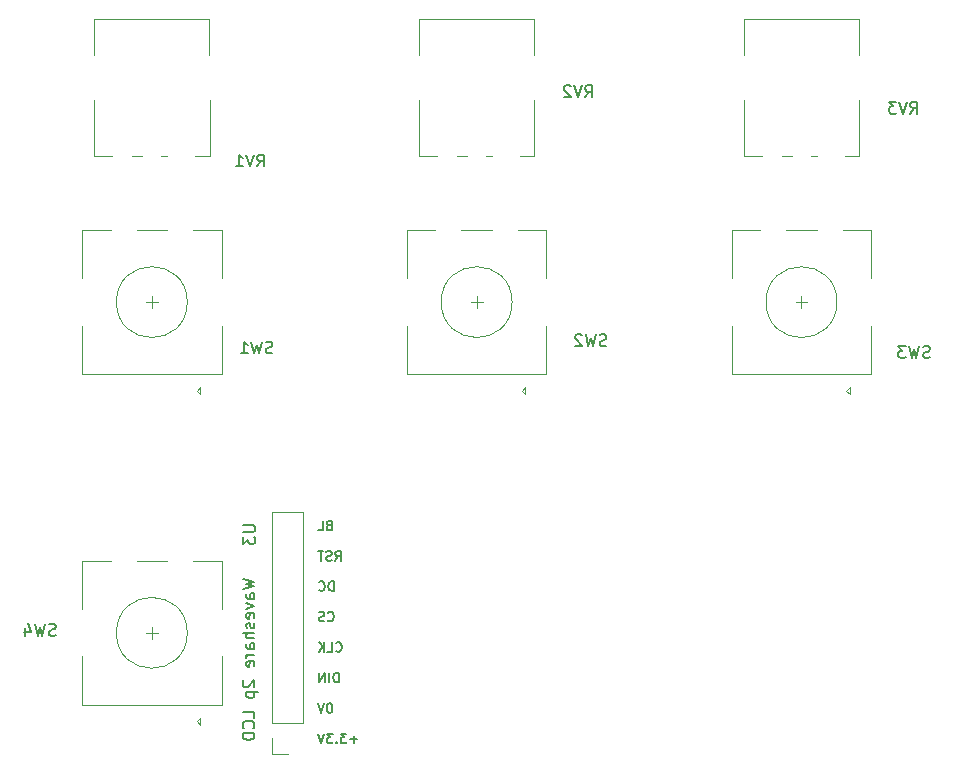
<source format=gbr>
%TF.GenerationSoftware,KiCad,Pcbnew,7.0.10*%
%TF.CreationDate,2024-03-12T16:09:29+01:00*%
%TF.ProjectId,DaisyPedal,44616973-7950-4656-9461-6c2e6b696361,1.0*%
%TF.SameCoordinates,Original*%
%TF.FileFunction,Legend,Bot*%
%TF.FilePolarity,Positive*%
%FSLAX46Y46*%
G04 Gerber Fmt 4.6, Leading zero omitted, Abs format (unit mm)*
G04 Created by KiCad (PCBNEW 7.0.10) date 2024-03-12 16:09:29*
%MOMM*%
%LPD*%
G01*
G04 APERTURE LIST*
%ADD10C,0.160000*%
%ADD11C,0.150000*%
%ADD12C,0.120000*%
G04 APERTURE END LIST*
D10*
X57483739Y-72882727D02*
X57369453Y-72920822D01*
X57369453Y-72920822D02*
X57331358Y-72958918D01*
X57331358Y-72958918D02*
X57293262Y-73035108D01*
X57293262Y-73035108D02*
X57293262Y-73149394D01*
X57293262Y-73149394D02*
X57331358Y-73225584D01*
X57331358Y-73225584D02*
X57369453Y-73263680D01*
X57369453Y-73263680D02*
X57445643Y-73301775D01*
X57445643Y-73301775D02*
X57750405Y-73301775D01*
X57750405Y-73301775D02*
X57750405Y-72501775D01*
X57750405Y-72501775D02*
X57483739Y-72501775D01*
X57483739Y-72501775D02*
X57407548Y-72539870D01*
X57407548Y-72539870D02*
X57369453Y-72577965D01*
X57369453Y-72577965D02*
X57331358Y-72654156D01*
X57331358Y-72654156D02*
X57331358Y-72730346D01*
X57331358Y-72730346D02*
X57369453Y-72806537D01*
X57369453Y-72806537D02*
X57407548Y-72844632D01*
X57407548Y-72844632D02*
X57483739Y-72882727D01*
X57483739Y-72882727D02*
X57750405Y-72882727D01*
X56569453Y-73301775D02*
X56950405Y-73301775D01*
X56950405Y-73301775D02*
X56950405Y-72501775D01*
X58017072Y-75877775D02*
X58283739Y-75496822D01*
X58474215Y-75877775D02*
X58474215Y-75077775D01*
X58474215Y-75077775D02*
X58169453Y-75077775D01*
X58169453Y-75077775D02*
X58093263Y-75115870D01*
X58093263Y-75115870D02*
X58055168Y-75153965D01*
X58055168Y-75153965D02*
X58017072Y-75230156D01*
X58017072Y-75230156D02*
X58017072Y-75344441D01*
X58017072Y-75344441D02*
X58055168Y-75420632D01*
X58055168Y-75420632D02*
X58093263Y-75458727D01*
X58093263Y-75458727D02*
X58169453Y-75496822D01*
X58169453Y-75496822D02*
X58474215Y-75496822D01*
X57712311Y-75839680D02*
X57598025Y-75877775D01*
X57598025Y-75877775D02*
X57407549Y-75877775D01*
X57407549Y-75877775D02*
X57331358Y-75839680D01*
X57331358Y-75839680D02*
X57293263Y-75801584D01*
X57293263Y-75801584D02*
X57255168Y-75725394D01*
X57255168Y-75725394D02*
X57255168Y-75649203D01*
X57255168Y-75649203D02*
X57293263Y-75573013D01*
X57293263Y-75573013D02*
X57331358Y-75534918D01*
X57331358Y-75534918D02*
X57407549Y-75496822D01*
X57407549Y-75496822D02*
X57559930Y-75458727D01*
X57559930Y-75458727D02*
X57636120Y-75420632D01*
X57636120Y-75420632D02*
X57674215Y-75382537D01*
X57674215Y-75382537D02*
X57712311Y-75306346D01*
X57712311Y-75306346D02*
X57712311Y-75230156D01*
X57712311Y-75230156D02*
X57674215Y-75153965D01*
X57674215Y-75153965D02*
X57636120Y-75115870D01*
X57636120Y-75115870D02*
X57559930Y-75077775D01*
X57559930Y-75077775D02*
X57369453Y-75077775D01*
X57369453Y-75077775D02*
X57255168Y-75115870D01*
X57026596Y-75077775D02*
X56569453Y-75077775D01*
X56798025Y-75877775D02*
X56798025Y-75077775D01*
X57902786Y-78453775D02*
X57902786Y-77653775D01*
X57902786Y-77653775D02*
X57712310Y-77653775D01*
X57712310Y-77653775D02*
X57598024Y-77691870D01*
X57598024Y-77691870D02*
X57521834Y-77768060D01*
X57521834Y-77768060D02*
X57483739Y-77844251D01*
X57483739Y-77844251D02*
X57445643Y-77996632D01*
X57445643Y-77996632D02*
X57445643Y-78110918D01*
X57445643Y-78110918D02*
X57483739Y-78263299D01*
X57483739Y-78263299D02*
X57521834Y-78339489D01*
X57521834Y-78339489D02*
X57598024Y-78415680D01*
X57598024Y-78415680D02*
X57712310Y-78453775D01*
X57712310Y-78453775D02*
X57902786Y-78453775D01*
X56645643Y-78377584D02*
X56683739Y-78415680D01*
X56683739Y-78415680D02*
X56798024Y-78453775D01*
X56798024Y-78453775D02*
X56874215Y-78453775D01*
X56874215Y-78453775D02*
X56988501Y-78415680D01*
X56988501Y-78415680D02*
X57064691Y-78339489D01*
X57064691Y-78339489D02*
X57102786Y-78263299D01*
X57102786Y-78263299D02*
X57140882Y-78110918D01*
X57140882Y-78110918D02*
X57140882Y-77996632D01*
X57140882Y-77996632D02*
X57102786Y-77844251D01*
X57102786Y-77844251D02*
X57064691Y-77768060D01*
X57064691Y-77768060D02*
X56988501Y-77691870D01*
X56988501Y-77691870D02*
X56874215Y-77653775D01*
X56874215Y-77653775D02*
X56798024Y-77653775D01*
X56798024Y-77653775D02*
X56683739Y-77691870D01*
X56683739Y-77691870D02*
X56645643Y-77729965D01*
X57407548Y-80953584D02*
X57445644Y-80991680D01*
X57445644Y-80991680D02*
X57559929Y-81029775D01*
X57559929Y-81029775D02*
X57636120Y-81029775D01*
X57636120Y-81029775D02*
X57750406Y-80991680D01*
X57750406Y-80991680D02*
X57826596Y-80915489D01*
X57826596Y-80915489D02*
X57864691Y-80839299D01*
X57864691Y-80839299D02*
X57902787Y-80686918D01*
X57902787Y-80686918D02*
X57902787Y-80572632D01*
X57902787Y-80572632D02*
X57864691Y-80420251D01*
X57864691Y-80420251D02*
X57826596Y-80344060D01*
X57826596Y-80344060D02*
X57750406Y-80267870D01*
X57750406Y-80267870D02*
X57636120Y-80229775D01*
X57636120Y-80229775D02*
X57559929Y-80229775D01*
X57559929Y-80229775D02*
X57445644Y-80267870D01*
X57445644Y-80267870D02*
X57407548Y-80305965D01*
X57102787Y-80991680D02*
X56988501Y-81029775D01*
X56988501Y-81029775D02*
X56798025Y-81029775D01*
X56798025Y-81029775D02*
X56721834Y-80991680D01*
X56721834Y-80991680D02*
X56683739Y-80953584D01*
X56683739Y-80953584D02*
X56645644Y-80877394D01*
X56645644Y-80877394D02*
X56645644Y-80801203D01*
X56645644Y-80801203D02*
X56683739Y-80725013D01*
X56683739Y-80725013D02*
X56721834Y-80686918D01*
X56721834Y-80686918D02*
X56798025Y-80648822D01*
X56798025Y-80648822D02*
X56950406Y-80610727D01*
X56950406Y-80610727D02*
X57026596Y-80572632D01*
X57026596Y-80572632D02*
X57064691Y-80534537D01*
X57064691Y-80534537D02*
X57102787Y-80458346D01*
X57102787Y-80458346D02*
X57102787Y-80382156D01*
X57102787Y-80382156D02*
X57064691Y-80305965D01*
X57064691Y-80305965D02*
X57026596Y-80267870D01*
X57026596Y-80267870D02*
X56950406Y-80229775D01*
X56950406Y-80229775D02*
X56759929Y-80229775D01*
X56759929Y-80229775D02*
X56645644Y-80267870D01*
X58093262Y-83529584D02*
X58131358Y-83567680D01*
X58131358Y-83567680D02*
X58245643Y-83605775D01*
X58245643Y-83605775D02*
X58321834Y-83605775D01*
X58321834Y-83605775D02*
X58436120Y-83567680D01*
X58436120Y-83567680D02*
X58512310Y-83491489D01*
X58512310Y-83491489D02*
X58550405Y-83415299D01*
X58550405Y-83415299D02*
X58588501Y-83262918D01*
X58588501Y-83262918D02*
X58588501Y-83148632D01*
X58588501Y-83148632D02*
X58550405Y-82996251D01*
X58550405Y-82996251D02*
X58512310Y-82920060D01*
X58512310Y-82920060D02*
X58436120Y-82843870D01*
X58436120Y-82843870D02*
X58321834Y-82805775D01*
X58321834Y-82805775D02*
X58245643Y-82805775D01*
X58245643Y-82805775D02*
X58131358Y-82843870D01*
X58131358Y-82843870D02*
X58093262Y-82881965D01*
X57369453Y-83605775D02*
X57750405Y-83605775D01*
X57750405Y-83605775D02*
X57750405Y-82805775D01*
X57102786Y-83605775D02*
X57102786Y-82805775D01*
X56645643Y-83605775D02*
X56988501Y-83148632D01*
X56645643Y-82805775D02*
X57102786Y-83262918D01*
X58321833Y-86181775D02*
X58321833Y-85381775D01*
X58321833Y-85381775D02*
X58131357Y-85381775D01*
X58131357Y-85381775D02*
X58017071Y-85419870D01*
X58017071Y-85419870D02*
X57940881Y-85496060D01*
X57940881Y-85496060D02*
X57902786Y-85572251D01*
X57902786Y-85572251D02*
X57864690Y-85724632D01*
X57864690Y-85724632D02*
X57864690Y-85838918D01*
X57864690Y-85838918D02*
X57902786Y-85991299D01*
X57902786Y-85991299D02*
X57940881Y-86067489D01*
X57940881Y-86067489D02*
X58017071Y-86143680D01*
X58017071Y-86143680D02*
X58131357Y-86181775D01*
X58131357Y-86181775D02*
X58321833Y-86181775D01*
X57521833Y-86181775D02*
X57521833Y-85381775D01*
X57140881Y-86181775D02*
X57140881Y-85381775D01*
X57140881Y-85381775D02*
X56683738Y-86181775D01*
X56683738Y-86181775D02*
X56683738Y-85381775D01*
X57598024Y-87957775D02*
X57521834Y-87957775D01*
X57521834Y-87957775D02*
X57445643Y-87995870D01*
X57445643Y-87995870D02*
X57407548Y-88033965D01*
X57407548Y-88033965D02*
X57369453Y-88110156D01*
X57369453Y-88110156D02*
X57331358Y-88262537D01*
X57331358Y-88262537D02*
X57331358Y-88453013D01*
X57331358Y-88453013D02*
X57369453Y-88605394D01*
X57369453Y-88605394D02*
X57407548Y-88681584D01*
X57407548Y-88681584D02*
X57445643Y-88719680D01*
X57445643Y-88719680D02*
X57521834Y-88757775D01*
X57521834Y-88757775D02*
X57598024Y-88757775D01*
X57598024Y-88757775D02*
X57674215Y-88719680D01*
X57674215Y-88719680D02*
X57712310Y-88681584D01*
X57712310Y-88681584D02*
X57750405Y-88605394D01*
X57750405Y-88605394D02*
X57788501Y-88453013D01*
X57788501Y-88453013D02*
X57788501Y-88262537D01*
X57788501Y-88262537D02*
X57750405Y-88110156D01*
X57750405Y-88110156D02*
X57712310Y-88033965D01*
X57712310Y-88033965D02*
X57674215Y-87995870D01*
X57674215Y-87995870D02*
X57598024Y-87957775D01*
X57102786Y-87957775D02*
X56836119Y-88757775D01*
X56836119Y-88757775D02*
X56569453Y-87957775D01*
X59883738Y-91029013D02*
X59274215Y-91029013D01*
X59578976Y-91333775D02*
X59578976Y-90724251D01*
X58969453Y-90533775D02*
X58474215Y-90533775D01*
X58474215Y-90533775D02*
X58740881Y-90838537D01*
X58740881Y-90838537D02*
X58626596Y-90838537D01*
X58626596Y-90838537D02*
X58550405Y-90876632D01*
X58550405Y-90876632D02*
X58512310Y-90914727D01*
X58512310Y-90914727D02*
X58474215Y-90990918D01*
X58474215Y-90990918D02*
X58474215Y-91181394D01*
X58474215Y-91181394D02*
X58512310Y-91257584D01*
X58512310Y-91257584D02*
X58550405Y-91295680D01*
X58550405Y-91295680D02*
X58626596Y-91333775D01*
X58626596Y-91333775D02*
X58855167Y-91333775D01*
X58855167Y-91333775D02*
X58931358Y-91295680D01*
X58931358Y-91295680D02*
X58969453Y-91257584D01*
X58131357Y-91257584D02*
X58093262Y-91295680D01*
X58093262Y-91295680D02*
X58131357Y-91333775D01*
X58131357Y-91333775D02*
X58169453Y-91295680D01*
X58169453Y-91295680D02*
X58131357Y-91257584D01*
X58131357Y-91257584D02*
X58131357Y-91333775D01*
X57826596Y-90533775D02*
X57331358Y-90533775D01*
X57331358Y-90533775D02*
X57598024Y-90838537D01*
X57598024Y-90838537D02*
X57483739Y-90838537D01*
X57483739Y-90838537D02*
X57407548Y-90876632D01*
X57407548Y-90876632D02*
X57369453Y-90914727D01*
X57369453Y-90914727D02*
X57331358Y-90990918D01*
X57331358Y-90990918D02*
X57331358Y-91181394D01*
X57331358Y-91181394D02*
X57369453Y-91257584D01*
X57369453Y-91257584D02*
X57407548Y-91295680D01*
X57407548Y-91295680D02*
X57483739Y-91333775D01*
X57483739Y-91333775D02*
X57712310Y-91333775D01*
X57712310Y-91333775D02*
X57788501Y-91295680D01*
X57788501Y-91295680D02*
X57826596Y-91257584D01*
X57102786Y-90533775D02*
X56836119Y-91333775D01*
X56836119Y-91333775D02*
X56569453Y-90533775D01*
D11*
X50177819Y-77457541D02*
X51177819Y-77695636D01*
X51177819Y-77695636D02*
X50463533Y-77886112D01*
X50463533Y-77886112D02*
X51177819Y-78076588D01*
X51177819Y-78076588D02*
X50177819Y-78314684D01*
X51177819Y-79124207D02*
X50654009Y-79124207D01*
X50654009Y-79124207D02*
X50558771Y-79076588D01*
X50558771Y-79076588D02*
X50511152Y-78981350D01*
X50511152Y-78981350D02*
X50511152Y-78790874D01*
X50511152Y-78790874D02*
X50558771Y-78695636D01*
X51130200Y-79124207D02*
X51177819Y-79028969D01*
X51177819Y-79028969D02*
X51177819Y-78790874D01*
X51177819Y-78790874D02*
X51130200Y-78695636D01*
X51130200Y-78695636D02*
X51034961Y-78648017D01*
X51034961Y-78648017D02*
X50939723Y-78648017D01*
X50939723Y-78648017D02*
X50844485Y-78695636D01*
X50844485Y-78695636D02*
X50796866Y-78790874D01*
X50796866Y-78790874D02*
X50796866Y-79028969D01*
X50796866Y-79028969D02*
X50749247Y-79124207D01*
X50511152Y-79505160D02*
X51177819Y-79743255D01*
X51177819Y-79743255D02*
X50511152Y-79981350D01*
X51130200Y-80743255D02*
X51177819Y-80648017D01*
X51177819Y-80648017D02*
X51177819Y-80457541D01*
X51177819Y-80457541D02*
X51130200Y-80362303D01*
X51130200Y-80362303D02*
X51034961Y-80314684D01*
X51034961Y-80314684D02*
X50654009Y-80314684D01*
X50654009Y-80314684D02*
X50558771Y-80362303D01*
X50558771Y-80362303D02*
X50511152Y-80457541D01*
X50511152Y-80457541D02*
X50511152Y-80648017D01*
X50511152Y-80648017D02*
X50558771Y-80743255D01*
X50558771Y-80743255D02*
X50654009Y-80790874D01*
X50654009Y-80790874D02*
X50749247Y-80790874D01*
X50749247Y-80790874D02*
X50844485Y-80314684D01*
X51130200Y-81171827D02*
X51177819Y-81267065D01*
X51177819Y-81267065D02*
X51177819Y-81457541D01*
X51177819Y-81457541D02*
X51130200Y-81552779D01*
X51130200Y-81552779D02*
X51034961Y-81600398D01*
X51034961Y-81600398D02*
X50987342Y-81600398D01*
X50987342Y-81600398D02*
X50892104Y-81552779D01*
X50892104Y-81552779D02*
X50844485Y-81457541D01*
X50844485Y-81457541D02*
X50844485Y-81314684D01*
X50844485Y-81314684D02*
X50796866Y-81219446D01*
X50796866Y-81219446D02*
X50701628Y-81171827D01*
X50701628Y-81171827D02*
X50654009Y-81171827D01*
X50654009Y-81171827D02*
X50558771Y-81219446D01*
X50558771Y-81219446D02*
X50511152Y-81314684D01*
X50511152Y-81314684D02*
X50511152Y-81457541D01*
X50511152Y-81457541D02*
X50558771Y-81552779D01*
X51177819Y-82028970D02*
X50177819Y-82028970D01*
X51177819Y-82457541D02*
X50654009Y-82457541D01*
X50654009Y-82457541D02*
X50558771Y-82409922D01*
X50558771Y-82409922D02*
X50511152Y-82314684D01*
X50511152Y-82314684D02*
X50511152Y-82171827D01*
X50511152Y-82171827D02*
X50558771Y-82076589D01*
X50558771Y-82076589D02*
X50606390Y-82028970D01*
X51177819Y-83362303D02*
X50654009Y-83362303D01*
X50654009Y-83362303D02*
X50558771Y-83314684D01*
X50558771Y-83314684D02*
X50511152Y-83219446D01*
X50511152Y-83219446D02*
X50511152Y-83028970D01*
X50511152Y-83028970D02*
X50558771Y-82933732D01*
X51130200Y-83362303D02*
X51177819Y-83267065D01*
X51177819Y-83267065D02*
X51177819Y-83028970D01*
X51177819Y-83028970D02*
X51130200Y-82933732D01*
X51130200Y-82933732D02*
X51034961Y-82886113D01*
X51034961Y-82886113D02*
X50939723Y-82886113D01*
X50939723Y-82886113D02*
X50844485Y-82933732D01*
X50844485Y-82933732D02*
X50796866Y-83028970D01*
X50796866Y-83028970D02*
X50796866Y-83267065D01*
X50796866Y-83267065D02*
X50749247Y-83362303D01*
X51177819Y-83838494D02*
X50511152Y-83838494D01*
X50701628Y-83838494D02*
X50606390Y-83886113D01*
X50606390Y-83886113D02*
X50558771Y-83933732D01*
X50558771Y-83933732D02*
X50511152Y-84028970D01*
X50511152Y-84028970D02*
X50511152Y-84124208D01*
X51130200Y-84838494D02*
X51177819Y-84743256D01*
X51177819Y-84743256D02*
X51177819Y-84552780D01*
X51177819Y-84552780D02*
X51130200Y-84457542D01*
X51130200Y-84457542D02*
X51034961Y-84409923D01*
X51034961Y-84409923D02*
X50654009Y-84409923D01*
X50654009Y-84409923D02*
X50558771Y-84457542D01*
X50558771Y-84457542D02*
X50511152Y-84552780D01*
X50511152Y-84552780D02*
X50511152Y-84743256D01*
X50511152Y-84743256D02*
X50558771Y-84838494D01*
X50558771Y-84838494D02*
X50654009Y-84886113D01*
X50654009Y-84886113D02*
X50749247Y-84886113D01*
X50749247Y-84886113D02*
X50844485Y-84409923D01*
X50273057Y-86028971D02*
X50225438Y-86076590D01*
X50225438Y-86076590D02*
X50177819Y-86171828D01*
X50177819Y-86171828D02*
X50177819Y-86409923D01*
X50177819Y-86409923D02*
X50225438Y-86505161D01*
X50225438Y-86505161D02*
X50273057Y-86552780D01*
X50273057Y-86552780D02*
X50368295Y-86600399D01*
X50368295Y-86600399D02*
X50463533Y-86600399D01*
X50463533Y-86600399D02*
X50606390Y-86552780D01*
X50606390Y-86552780D02*
X51177819Y-85981352D01*
X51177819Y-85981352D02*
X51177819Y-86600399D01*
X50511152Y-87028971D02*
X51511152Y-87028971D01*
X50558771Y-87028971D02*
X50511152Y-87124209D01*
X50511152Y-87124209D02*
X50511152Y-87314685D01*
X50511152Y-87314685D02*
X50558771Y-87409923D01*
X50558771Y-87409923D02*
X50606390Y-87457542D01*
X50606390Y-87457542D02*
X50701628Y-87505161D01*
X50701628Y-87505161D02*
X50987342Y-87505161D01*
X50987342Y-87505161D02*
X51082580Y-87457542D01*
X51082580Y-87457542D02*
X51130200Y-87409923D01*
X51130200Y-87409923D02*
X51177819Y-87314685D01*
X51177819Y-87314685D02*
X51177819Y-87124209D01*
X51177819Y-87124209D02*
X51130200Y-87028971D01*
X51177819Y-89171828D02*
X51177819Y-88695638D01*
X51177819Y-88695638D02*
X50177819Y-88695638D01*
X51082580Y-90076590D02*
X51130200Y-90028971D01*
X51130200Y-90028971D02*
X51177819Y-89886114D01*
X51177819Y-89886114D02*
X51177819Y-89790876D01*
X51177819Y-89790876D02*
X51130200Y-89648019D01*
X51130200Y-89648019D02*
X51034961Y-89552781D01*
X51034961Y-89552781D02*
X50939723Y-89505162D01*
X50939723Y-89505162D02*
X50749247Y-89457543D01*
X50749247Y-89457543D02*
X50606390Y-89457543D01*
X50606390Y-89457543D02*
X50415914Y-89505162D01*
X50415914Y-89505162D02*
X50320676Y-89552781D01*
X50320676Y-89552781D02*
X50225438Y-89648019D01*
X50225438Y-89648019D02*
X50177819Y-89790876D01*
X50177819Y-89790876D02*
X50177819Y-89886114D01*
X50177819Y-89886114D02*
X50225438Y-90028971D01*
X50225438Y-90028971D02*
X50273057Y-90076590D01*
X51177819Y-90505162D02*
X50177819Y-90505162D01*
X50177819Y-90505162D02*
X50177819Y-90743257D01*
X50177819Y-90743257D02*
X50225438Y-90886114D01*
X50225438Y-90886114D02*
X50320676Y-90981352D01*
X50320676Y-90981352D02*
X50415914Y-91028971D01*
X50415914Y-91028971D02*
X50606390Y-91076590D01*
X50606390Y-91076590D02*
X50749247Y-91076590D01*
X50749247Y-91076590D02*
X50939723Y-91028971D01*
X50939723Y-91028971D02*
X51034961Y-90981352D01*
X51034961Y-90981352D02*
X51130200Y-90886114D01*
X51130200Y-90886114D02*
X51177819Y-90743257D01*
X51177819Y-90743257D02*
X51177819Y-90505162D01*
X34353332Y-82195200D02*
X34210475Y-82242819D01*
X34210475Y-82242819D02*
X33972380Y-82242819D01*
X33972380Y-82242819D02*
X33877142Y-82195200D01*
X33877142Y-82195200D02*
X33829523Y-82147580D01*
X33829523Y-82147580D02*
X33781904Y-82052342D01*
X33781904Y-82052342D02*
X33781904Y-81957104D01*
X33781904Y-81957104D02*
X33829523Y-81861866D01*
X33829523Y-81861866D02*
X33877142Y-81814247D01*
X33877142Y-81814247D02*
X33972380Y-81766628D01*
X33972380Y-81766628D02*
X34162856Y-81719009D01*
X34162856Y-81719009D02*
X34258094Y-81671390D01*
X34258094Y-81671390D02*
X34305713Y-81623771D01*
X34305713Y-81623771D02*
X34353332Y-81528533D01*
X34353332Y-81528533D02*
X34353332Y-81433295D01*
X34353332Y-81433295D02*
X34305713Y-81338057D01*
X34305713Y-81338057D02*
X34258094Y-81290438D01*
X34258094Y-81290438D02*
X34162856Y-81242819D01*
X34162856Y-81242819D02*
X33924761Y-81242819D01*
X33924761Y-81242819D02*
X33781904Y-81290438D01*
X33448570Y-81242819D02*
X33210475Y-82242819D01*
X33210475Y-82242819D02*
X33019999Y-81528533D01*
X33019999Y-81528533D02*
X32829523Y-82242819D01*
X32829523Y-82242819D02*
X32591428Y-81242819D01*
X31781904Y-81576152D02*
X31781904Y-82242819D01*
X32019999Y-81195200D02*
X32258094Y-81909485D01*
X32258094Y-81909485D02*
X31639047Y-81909485D01*
X51420638Y-42517219D02*
X51753971Y-42041028D01*
X51992066Y-42517219D02*
X51992066Y-41517219D01*
X51992066Y-41517219D02*
X51611114Y-41517219D01*
X51611114Y-41517219D02*
X51515876Y-41564838D01*
X51515876Y-41564838D02*
X51468257Y-41612457D01*
X51468257Y-41612457D02*
X51420638Y-41707695D01*
X51420638Y-41707695D02*
X51420638Y-41850552D01*
X51420638Y-41850552D02*
X51468257Y-41945790D01*
X51468257Y-41945790D02*
X51515876Y-41993409D01*
X51515876Y-41993409D02*
X51611114Y-42041028D01*
X51611114Y-42041028D02*
X51992066Y-42041028D01*
X51134923Y-41517219D02*
X50801590Y-42517219D01*
X50801590Y-42517219D02*
X50468257Y-41517219D01*
X49611114Y-42517219D02*
X50182542Y-42517219D01*
X49896828Y-42517219D02*
X49896828Y-41517219D01*
X49896828Y-41517219D02*
X49992066Y-41660076D01*
X49992066Y-41660076D02*
X50087304Y-41755314D01*
X50087304Y-41755314D02*
X50182542Y-41802933D01*
X79182838Y-36649819D02*
X79516171Y-36173628D01*
X79754266Y-36649819D02*
X79754266Y-35649819D01*
X79754266Y-35649819D02*
X79373314Y-35649819D01*
X79373314Y-35649819D02*
X79278076Y-35697438D01*
X79278076Y-35697438D02*
X79230457Y-35745057D01*
X79230457Y-35745057D02*
X79182838Y-35840295D01*
X79182838Y-35840295D02*
X79182838Y-35983152D01*
X79182838Y-35983152D02*
X79230457Y-36078390D01*
X79230457Y-36078390D02*
X79278076Y-36126009D01*
X79278076Y-36126009D02*
X79373314Y-36173628D01*
X79373314Y-36173628D02*
X79754266Y-36173628D01*
X78897123Y-35649819D02*
X78563790Y-36649819D01*
X78563790Y-36649819D02*
X78230457Y-35649819D01*
X77944742Y-35745057D02*
X77897123Y-35697438D01*
X77897123Y-35697438D02*
X77801885Y-35649819D01*
X77801885Y-35649819D02*
X77563790Y-35649819D01*
X77563790Y-35649819D02*
X77468552Y-35697438D01*
X77468552Y-35697438D02*
X77420933Y-35745057D01*
X77420933Y-35745057D02*
X77373314Y-35840295D01*
X77373314Y-35840295D02*
X77373314Y-35935533D01*
X77373314Y-35935533D02*
X77420933Y-36078390D01*
X77420933Y-36078390D02*
X77992361Y-36649819D01*
X77992361Y-36649819D02*
X77373314Y-36649819D01*
X52692132Y-58293800D02*
X52549275Y-58341419D01*
X52549275Y-58341419D02*
X52311180Y-58341419D01*
X52311180Y-58341419D02*
X52215942Y-58293800D01*
X52215942Y-58293800D02*
X52168323Y-58246180D01*
X52168323Y-58246180D02*
X52120704Y-58150942D01*
X52120704Y-58150942D02*
X52120704Y-58055704D01*
X52120704Y-58055704D02*
X52168323Y-57960466D01*
X52168323Y-57960466D02*
X52215942Y-57912847D01*
X52215942Y-57912847D02*
X52311180Y-57865228D01*
X52311180Y-57865228D02*
X52501656Y-57817609D01*
X52501656Y-57817609D02*
X52596894Y-57769990D01*
X52596894Y-57769990D02*
X52644513Y-57722371D01*
X52644513Y-57722371D02*
X52692132Y-57627133D01*
X52692132Y-57627133D02*
X52692132Y-57531895D01*
X52692132Y-57531895D02*
X52644513Y-57436657D01*
X52644513Y-57436657D02*
X52596894Y-57389038D01*
X52596894Y-57389038D02*
X52501656Y-57341419D01*
X52501656Y-57341419D02*
X52263561Y-57341419D01*
X52263561Y-57341419D02*
X52120704Y-57389038D01*
X51787370Y-57341419D02*
X51549275Y-58341419D01*
X51549275Y-58341419D02*
X51358799Y-57627133D01*
X51358799Y-57627133D02*
X51168323Y-58341419D01*
X51168323Y-58341419D02*
X50930228Y-57341419D01*
X50025466Y-58341419D02*
X50596894Y-58341419D01*
X50311180Y-58341419D02*
X50311180Y-57341419D01*
X50311180Y-57341419D02*
X50406418Y-57484276D01*
X50406418Y-57484276D02*
X50501656Y-57579514D01*
X50501656Y-57579514D02*
X50596894Y-57627133D01*
X80987732Y-57684200D02*
X80844875Y-57731819D01*
X80844875Y-57731819D02*
X80606780Y-57731819D01*
X80606780Y-57731819D02*
X80511542Y-57684200D01*
X80511542Y-57684200D02*
X80463923Y-57636580D01*
X80463923Y-57636580D02*
X80416304Y-57541342D01*
X80416304Y-57541342D02*
X80416304Y-57446104D01*
X80416304Y-57446104D02*
X80463923Y-57350866D01*
X80463923Y-57350866D02*
X80511542Y-57303247D01*
X80511542Y-57303247D02*
X80606780Y-57255628D01*
X80606780Y-57255628D02*
X80797256Y-57208009D01*
X80797256Y-57208009D02*
X80892494Y-57160390D01*
X80892494Y-57160390D02*
X80940113Y-57112771D01*
X80940113Y-57112771D02*
X80987732Y-57017533D01*
X80987732Y-57017533D02*
X80987732Y-56922295D01*
X80987732Y-56922295D02*
X80940113Y-56827057D01*
X80940113Y-56827057D02*
X80892494Y-56779438D01*
X80892494Y-56779438D02*
X80797256Y-56731819D01*
X80797256Y-56731819D02*
X80559161Y-56731819D01*
X80559161Y-56731819D02*
X80416304Y-56779438D01*
X80082970Y-56731819D02*
X79844875Y-57731819D01*
X79844875Y-57731819D02*
X79654399Y-57017533D01*
X79654399Y-57017533D02*
X79463923Y-57731819D01*
X79463923Y-57731819D02*
X79225828Y-56731819D01*
X78892494Y-56827057D02*
X78844875Y-56779438D01*
X78844875Y-56779438D02*
X78749637Y-56731819D01*
X78749637Y-56731819D02*
X78511542Y-56731819D01*
X78511542Y-56731819D02*
X78416304Y-56779438D01*
X78416304Y-56779438D02*
X78368685Y-56827057D01*
X78368685Y-56827057D02*
X78321066Y-56922295D01*
X78321066Y-56922295D02*
X78321066Y-57017533D01*
X78321066Y-57017533D02*
X78368685Y-57160390D01*
X78368685Y-57160390D02*
X78940113Y-57731819D01*
X78940113Y-57731819D02*
X78321066Y-57731819D01*
X108368932Y-58674800D02*
X108226075Y-58722419D01*
X108226075Y-58722419D02*
X107987980Y-58722419D01*
X107987980Y-58722419D02*
X107892742Y-58674800D01*
X107892742Y-58674800D02*
X107845123Y-58627180D01*
X107845123Y-58627180D02*
X107797504Y-58531942D01*
X107797504Y-58531942D02*
X107797504Y-58436704D01*
X107797504Y-58436704D02*
X107845123Y-58341466D01*
X107845123Y-58341466D02*
X107892742Y-58293847D01*
X107892742Y-58293847D02*
X107987980Y-58246228D01*
X107987980Y-58246228D02*
X108178456Y-58198609D01*
X108178456Y-58198609D02*
X108273694Y-58150990D01*
X108273694Y-58150990D02*
X108321313Y-58103371D01*
X108321313Y-58103371D02*
X108368932Y-58008133D01*
X108368932Y-58008133D02*
X108368932Y-57912895D01*
X108368932Y-57912895D02*
X108321313Y-57817657D01*
X108321313Y-57817657D02*
X108273694Y-57770038D01*
X108273694Y-57770038D02*
X108178456Y-57722419D01*
X108178456Y-57722419D02*
X107940361Y-57722419D01*
X107940361Y-57722419D02*
X107797504Y-57770038D01*
X107464170Y-57722419D02*
X107226075Y-58722419D01*
X107226075Y-58722419D02*
X107035599Y-58008133D01*
X107035599Y-58008133D02*
X106845123Y-58722419D01*
X106845123Y-58722419D02*
X106607028Y-57722419D01*
X106321313Y-57722419D02*
X105702266Y-57722419D01*
X105702266Y-57722419D02*
X106035599Y-58103371D01*
X106035599Y-58103371D02*
X105892742Y-58103371D01*
X105892742Y-58103371D02*
X105797504Y-58150990D01*
X105797504Y-58150990D02*
X105749885Y-58198609D01*
X105749885Y-58198609D02*
X105702266Y-58293847D01*
X105702266Y-58293847D02*
X105702266Y-58531942D01*
X105702266Y-58531942D02*
X105749885Y-58627180D01*
X105749885Y-58627180D02*
X105797504Y-58674800D01*
X105797504Y-58674800D02*
X105892742Y-58722419D01*
X105892742Y-58722419D02*
X106178456Y-58722419D01*
X106178456Y-58722419D02*
X106273694Y-58674800D01*
X106273694Y-58674800D02*
X106321313Y-58627180D01*
X106716438Y-38046819D02*
X107049771Y-37570628D01*
X107287866Y-38046819D02*
X107287866Y-37046819D01*
X107287866Y-37046819D02*
X106906914Y-37046819D01*
X106906914Y-37046819D02*
X106811676Y-37094438D01*
X106811676Y-37094438D02*
X106764057Y-37142057D01*
X106764057Y-37142057D02*
X106716438Y-37237295D01*
X106716438Y-37237295D02*
X106716438Y-37380152D01*
X106716438Y-37380152D02*
X106764057Y-37475390D01*
X106764057Y-37475390D02*
X106811676Y-37523009D01*
X106811676Y-37523009D02*
X106906914Y-37570628D01*
X106906914Y-37570628D02*
X107287866Y-37570628D01*
X106430723Y-37046819D02*
X106097390Y-38046819D01*
X106097390Y-38046819D02*
X105764057Y-37046819D01*
X105525961Y-37046819D02*
X104906914Y-37046819D01*
X104906914Y-37046819D02*
X105240247Y-37427771D01*
X105240247Y-37427771D02*
X105097390Y-37427771D01*
X105097390Y-37427771D02*
X105002152Y-37475390D01*
X105002152Y-37475390D02*
X104954533Y-37523009D01*
X104954533Y-37523009D02*
X104906914Y-37618247D01*
X104906914Y-37618247D02*
X104906914Y-37856342D01*
X104906914Y-37856342D02*
X104954533Y-37951580D01*
X104954533Y-37951580D02*
X105002152Y-37999200D01*
X105002152Y-37999200D02*
X105097390Y-38046819D01*
X105097390Y-38046819D02*
X105383104Y-38046819D01*
X105383104Y-38046819D02*
X105478342Y-37999200D01*
X105478342Y-37999200D02*
X105525961Y-37951580D01*
X50254819Y-72898095D02*
X51064342Y-72898095D01*
X51064342Y-72898095D02*
X51159580Y-72945714D01*
X51159580Y-72945714D02*
X51207200Y-72993333D01*
X51207200Y-72993333D02*
X51254819Y-73088571D01*
X51254819Y-73088571D02*
X51254819Y-73279047D01*
X51254819Y-73279047D02*
X51207200Y-73374285D01*
X51207200Y-73374285D02*
X51159580Y-73421904D01*
X51159580Y-73421904D02*
X51064342Y-73469523D01*
X51064342Y-73469523D02*
X50254819Y-73469523D01*
X50254819Y-73850476D02*
X50254819Y-74469523D01*
X50254819Y-74469523D02*
X50635771Y-74136190D01*
X50635771Y-74136190D02*
X50635771Y-74279047D01*
X50635771Y-74279047D02*
X50683390Y-74374285D01*
X50683390Y-74374285D02*
X50731009Y-74421904D01*
X50731009Y-74421904D02*
X50826247Y-74469523D01*
X50826247Y-74469523D02*
X51064342Y-74469523D01*
X51064342Y-74469523D02*
X51159580Y-74421904D01*
X51159580Y-74421904D02*
X51207200Y-74374285D01*
X51207200Y-74374285D02*
X51254819Y-74279047D01*
X51254819Y-74279047D02*
X51254819Y-73993333D01*
X51254819Y-73993333D02*
X51207200Y-73898095D01*
X51207200Y-73898095D02*
X51159580Y-73850476D01*
D12*
%TO.C,SW4*%
X46600000Y-89800000D02*
X46600000Y-89200000D01*
X46300000Y-89500000D02*
X46600000Y-89800000D01*
X46600000Y-89200000D02*
X46300000Y-89500000D01*
X48400000Y-88100000D02*
X36600000Y-88100000D01*
X36600000Y-84000000D02*
X36600000Y-88100000D01*
X48400000Y-84000000D02*
X48400000Y-88100000D01*
X42500000Y-82500000D02*
X42500000Y-81500000D01*
X43000000Y-82000000D02*
X42000000Y-82000000D01*
X48400000Y-80000000D02*
X48400000Y-75900000D01*
X36600000Y-75900000D02*
X36600000Y-80000000D01*
X39000000Y-75900000D02*
X36600000Y-75900000D01*
X43800000Y-75900000D02*
X41200000Y-75900000D01*
X48400000Y-75900000D02*
X46000000Y-75900000D01*
X45500000Y-82000000D02*
G75*
G03*
X39500000Y-82000000I-3000000J0D01*
G01*
X39500000Y-82000000D02*
G75*
G03*
X45500000Y-82000000I3000000J0D01*
G01*
%TO.C,RV1*%
X37630000Y-41620000D02*
X39120000Y-41620000D01*
X37630000Y-41620000D02*
X37630000Y-36900000D01*
X40840000Y-41620000D02*
X41670000Y-41620000D01*
X43290000Y-41620000D02*
X43820000Y-41620000D01*
X46190000Y-41620000D02*
X47370000Y-41620000D01*
X47380000Y-41620000D02*
X47380000Y-36900000D01*
X37630000Y-33090000D02*
X37630000Y-30030000D01*
X47370000Y-33090000D02*
X47370000Y-30030000D01*
X37630000Y-30030000D02*
X47370000Y-30030000D01*
%TO.C,RV2*%
X65130000Y-41620000D02*
X66620000Y-41620000D01*
X65130000Y-41620000D02*
X65130000Y-36900000D01*
X68340000Y-41620000D02*
X69170000Y-41620000D01*
X70790000Y-41620000D02*
X71320000Y-41620000D01*
X73690000Y-41620000D02*
X74870000Y-41620000D01*
X74880000Y-41620000D02*
X74880000Y-36900000D01*
X65130000Y-33090000D02*
X65130000Y-30030000D01*
X74870000Y-33090000D02*
X74870000Y-30030000D01*
X65130000Y-30030000D02*
X74870000Y-30030000D01*
%TO.C,SW1*%
X46600000Y-61800000D02*
X46600000Y-61200000D01*
X46300000Y-61500000D02*
X46600000Y-61800000D01*
X46600000Y-61200000D02*
X46300000Y-61500000D01*
X48400000Y-60100000D02*
X36600000Y-60100000D01*
X36600000Y-56000000D02*
X36600000Y-60100000D01*
X48400000Y-56000000D02*
X48400000Y-60100000D01*
X42500000Y-54500000D02*
X42500000Y-53500000D01*
X43000000Y-54000000D02*
X42000000Y-54000000D01*
X48400000Y-52000000D02*
X48400000Y-47900000D01*
X36600000Y-47900000D02*
X36600000Y-52000000D01*
X39000000Y-47900000D02*
X36600000Y-47900000D01*
X43800000Y-47900000D02*
X41200000Y-47900000D01*
X48400000Y-47900000D02*
X46000000Y-47900000D01*
X45500000Y-54000000D02*
G75*
G03*
X39500000Y-54000000I-3000000J0D01*
G01*
X39500000Y-54000000D02*
G75*
G03*
X45500000Y-54000000I3000000J0D01*
G01*
%TO.C,SW2*%
X74100000Y-61800000D02*
X74100000Y-61200000D01*
X73800000Y-61500000D02*
X74100000Y-61800000D01*
X74100000Y-61200000D02*
X73800000Y-61500000D01*
X75900000Y-60100000D02*
X64100000Y-60100000D01*
X64100000Y-56000000D02*
X64100000Y-60100000D01*
X75900000Y-56000000D02*
X75900000Y-60100000D01*
X70000000Y-54500000D02*
X70000000Y-53500000D01*
X70500000Y-54000000D02*
X69500000Y-54000000D01*
X75900000Y-52000000D02*
X75900000Y-47900000D01*
X64100000Y-47900000D02*
X64100000Y-52000000D01*
X66500000Y-47900000D02*
X64100000Y-47900000D01*
X71300000Y-47900000D02*
X68700000Y-47900000D01*
X75900000Y-47900000D02*
X73500000Y-47900000D01*
X73000000Y-54000000D02*
G75*
G03*
X67000000Y-54000000I-3000000J0D01*
G01*
X67000000Y-54000000D02*
G75*
G03*
X73000000Y-54000000I3000000J0D01*
G01*
%TO.C,SW3*%
X101600000Y-61800000D02*
X101600000Y-61200000D01*
X101300000Y-61500000D02*
X101600000Y-61800000D01*
X101600000Y-61200000D02*
X101300000Y-61500000D01*
X103400000Y-60100000D02*
X91600000Y-60100000D01*
X91600000Y-56000000D02*
X91600000Y-60100000D01*
X103400000Y-56000000D02*
X103400000Y-60100000D01*
X97500000Y-54500000D02*
X97500000Y-53500000D01*
X98000000Y-54000000D02*
X97000000Y-54000000D01*
X103400000Y-52000000D02*
X103400000Y-47900000D01*
X91600000Y-47900000D02*
X91600000Y-52000000D01*
X94000000Y-47900000D02*
X91600000Y-47900000D01*
X98800000Y-47900000D02*
X96200000Y-47900000D01*
X103400000Y-47900000D02*
X101000000Y-47900000D01*
X100500000Y-54000000D02*
G75*
G03*
X94500000Y-54000000I-3000000J0D01*
G01*
X94500000Y-54000000D02*
G75*
G03*
X100500000Y-54000000I3000000J0D01*
G01*
%TO.C,RV3*%
X92630000Y-41620000D02*
X94120000Y-41620000D01*
X92630000Y-41620000D02*
X92630000Y-36900000D01*
X95840000Y-41620000D02*
X96670000Y-41620000D01*
X98290000Y-41620000D02*
X98820000Y-41620000D01*
X101190000Y-41620000D02*
X102370000Y-41620000D01*
X102380000Y-41620000D02*
X102380000Y-36900000D01*
X92630000Y-33090000D02*
X92630000Y-30030000D01*
X102370000Y-33090000D02*
X102370000Y-30030000D01*
X92630000Y-30030000D02*
X102370000Y-30030000D01*
%TO.C,U3*%
X52670000Y-71810000D02*
X55330000Y-71810000D01*
X52670000Y-89650000D02*
X52670000Y-71810000D01*
X52670000Y-89650000D02*
X55330000Y-89650000D01*
X52670000Y-90920000D02*
X52670000Y-92250000D01*
X52670000Y-92250000D02*
X54000000Y-92250000D01*
X55330000Y-89650000D02*
X55330000Y-71810000D01*
%TD*%
M02*

</source>
